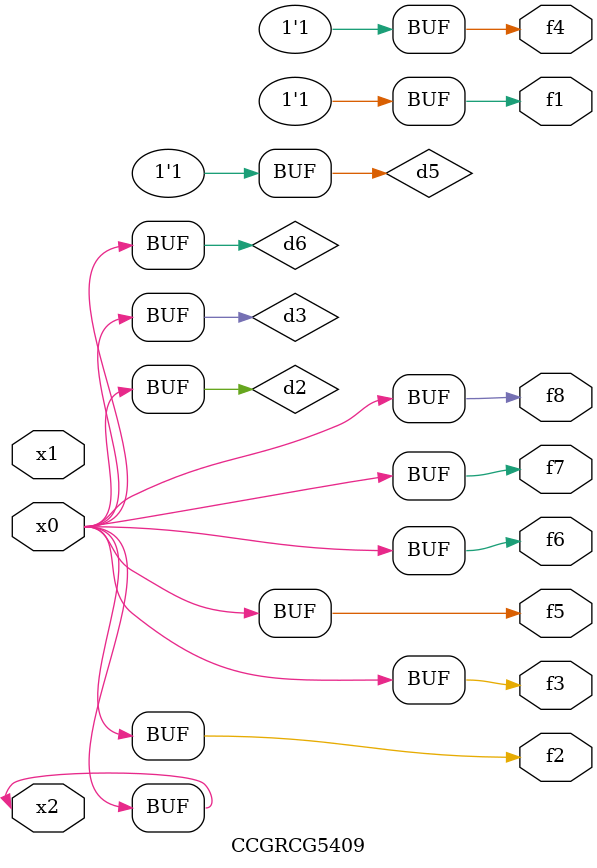
<source format=v>
module CCGRCG5409(
	input x0, x1, x2,
	output f1, f2, f3, f4, f5, f6, f7, f8
);

	wire d1, d2, d3, d4, d5, d6;

	xnor (d1, x2);
	buf (d2, x0, x2);
	and (d3, x0);
	xnor (d4, x1, x2);
	nand (d5, d1, d3);
	buf (d6, d2, d3);
	assign f1 = d5;
	assign f2 = d6;
	assign f3 = d6;
	assign f4 = d5;
	assign f5 = d6;
	assign f6 = d6;
	assign f7 = d6;
	assign f8 = d6;
endmodule

</source>
